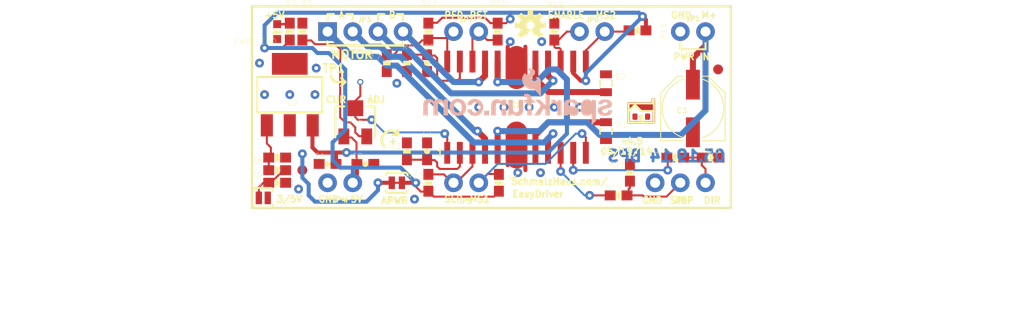
<source format=kicad_pcb>
(kicad_pcb (version 20211014) (generator pcbnew)
  (layers (0 "F.Cu" signal) (31 "B.Cu" signal) (34 "B.Paste" user) (35 "F.Paste" user) (36 "B.SilkS" user "B.Silkscreen") (37 "F.SilkS" user "F.Silkscreen") (38 "B.Mask" user) (39 "F.Mask" user) (44 "Edge.Cuts" user))
  (net 0 "")
  (net 1 "GND")
  (net 2 "VCC")
  (net 3 "N$1")
  (net 4 "N$5")
  (net 5 "N$7")
  (net 6 "V+")
  (net 7 "N$3")
  (net 8 "VREF")
  (net 9 "N$6")
  (net 10 "N$11")
  (net 11 "OUT2B")
  (net 12 "OUT2A")
  (net 13 "DIR")
  (net 14 "MS1")
  (net 15 "MS2")
  (net 16 "ENABLE")
  (net 17 "OUT1A")
  (net 18 "OUT1B")
  (net 19 "RESET")
  (net 20 "PFD")
  (net 21 "STEP")
  (net 22 "SLEEP")
  (net 23 "5V_ALT")
  (net 24 "N$2")
  (net 25 "N$4")
  (net 26 "DIR_IN")
  (net 27 "STEP_IN")
  (footprint "boardEagle:0603-RES" (layer "F.Cu") (at 126.9111 111.3536 180)
    (fp_text reference "R6")
    (fp_text value "390")
  )
  (footprint "boardEagle:0603-CAP" (layer "F.Cu") (at 142.0241 100.5586 -90)
    (fp_text reference "C5")
    (fp_text value "680pF")
  )
  (footprint "boardEagle:1X02_NO_SILK" (layer "F.Cu") (at 147.2311 112.6236 180)
    (fp_text reference "JP5")
    (fp_text value "")
  )
  (footprint "boardEagle:SJ_2S-NO" (layer "F.Cu") (at 125.5141 114.1476)
    (fp_text reference "SJ2")
    (fp_text value "SOLDERJUMPERNO")
  )
  (footprint "boardEagle:1X04_NO_SILK" (layer "F.Cu") (at 131.9911 97.3836)
    (fp_text reference "JP3")
    (fp_text value "")
  )
  (footprint "boardEagle:0603-RES" (layer "F.Cu") (at 149.1361 97.3836 90)
    (fp_text reference "R15")
    (fp_text value "10K")
  )
  (footprint "boardEagle:PANASONIC_D" (layer "F.Cu") (at 168.8211 105.1306 90)
    (fp_text reference "C3")
    (fp_text value "47uF")
  )
  (footprint "boardEagle:STAND-OFF" (layer "F.Cu") (at 139.6111 105.0036)
    (fp_text reference "JP9" hide)
    (fp_text value "STAND-OFF" hide)
  )
  (footprint "boardEagle:0603-RES" (layer "F.Cu") (at 154.8511 97.3836 -90)
    (fp_text reference "R13")
    (fp_text value "10K")
  )
  (footprint "boardEagle:LED-0603" (layer "F.Cu") (at 126.9111 97.3836 180)
    (fp_text reference "PWR_LED0")
    (fp_text value "YELLOW")
  )
  (footprint "boardEagle:0603-RES" (layer "F.Cu") (at 139.9921 100.5586 90)
    (fp_text reference "R4")
    (fp_text value "20K")
  )
  (footprint "boardEagle:FIDUCIAL-1X2" (layer "F.Cu") (at 171.3611 101.1936)
    (fp_text reference "FID1" hide)
    (fp_text value "FIDUCIAL1X2" hide)
  )
  (footprint "boardEagle:0603-RES" (layer "F.Cu") (at 162.4711 111.6076 -90)
    (fp_text reference "R21")
    (fp_text value "10K")
  )
  (footprint "boardEagle:0603-RES" (layer "F.Cu") (at 170.5991 110.0836 180)
    (fp_text reference "R20")
    (fp_text value "10K")
  )
  (footprint "boardEagle:1X02_NO_SILK" (layer "F.Cu") (at 144.6911 97.3836)
    (fp_text reference "JP7")
    (fp_text value "")
  )
  (footprint "boardEagle:1X02_NO_SILK" (layer "F.Cu") (at 167.5511 97.3836)
    (fp_text reference "JP1")
    (fp_text value "")
  )
  (footprint "boardEagle:0603-RES" (layer "F.Cu") (at 142.1511 97.3836 90)
    (fp_text reference "R12")
    (fp_text value "10K")
  )
  (footprint "boardEagle:1X02_NO_SILK" (layer "F.Cu") (at 134.5311 112.6236 180)
    (fp_text reference "JP4")
    (fp_text value "")
  )
  (footprint "boardEagle:0603-RES" (layer "F.Cu") (at 139.9921 109.4486 -90)
    (fp_text reference "R3")
    (fp_text value "20K")
  )
  (footprint "boardEagle:0805" (layer "F.Cu") (at 160.0581 107.4166 90)
    (fp_text reference "R1")
    (fp_text value ".75")
  )
  (footprint "boardEagle:SCHMALZHAUS_SMALL" (layer "F.Cu") (at 163.6141 106.5276)
    (fp_text reference "U$1" hide)
    (fp_text value "" hide)
  )
  (footprint "boardEagle:FIDUCIAL-1X2" (layer "F.Cu") (at 129.4511 111.3536)
    (fp_text reference "FID2" hide)
    (fp_text value "FIDUCIAL1X2" hide)
  )
  (footprint "boardEagle:STAND-OFF" (layer "F.Cu") (at 163.7411 101.1936)
    (fp_text reference "JP8" hide)
    (fp_text value "STAND-OFF" hide)
  )
  (footprint "boardEagle:0603-RES" (layer "F.Cu") (at 126.9111 110.0836)
    (fp_text reference "R8")
    (fp_text value "240")
  )
  (footprint "boardEagle:0603-RES" (layer "F.Cu") (at 149.2631 112.6236 -90)
    (fp_text reference "R14")
    (fp_text value "10K")
  )
  (footprint "boardEagle:0603-CAP" (layer "F.Cu") (at 135.8011 110.7186)
    (fp_text reference "C2")
    (fp_text value "1uf")
  )
  (footprint "boardEagle:SJ_2S-TRACE" (layer "F.Cu") (at 138.9761 112.6236)
    (fp_text reference "SJ1")
    (fp_text value "SOLDERJUMPERTRACE")
  )
  (footprint "boardEagle:CREATIVE_COMMONS" (layer "F.Cu") (at 119.2911 124.0536)
    (fp_text reference "FRAME2" hide)
    (fp_text value "FRAME-LETTER" hide)
  )
  (footprint "boardEagle:0805" (layer "F.Cu") (at 160.0581 102.5906 -90)
    (fp_text reference "R2")
    (fp_text value ".75")
  )
  (footprint "boardEagle:0603-CAP" (layer "F.Cu") (at 131.9911 110.7186 180)
    (fp_text reference "C1")
    (fp_text value ".1uF")
  )
  (footprint "boardEagle:0603-RES" (layer "F.Cu") (at 126.9111 112.6236 180)
    (fp_text reference "R7")
    (fp_text value "330")
  )
  (footprint "boardEagle:0603-CAP" (layer "F.Cu") (at 142.0241 109.4486 90)
    (fp_text reference "C4")
    (fp_text value "680pF")
  )
  (footprint "boardEagle:0603-RES" (layer "F.Cu") (at 142.1511 112.6236 -90)
    (fp_text reference "R11")
    (fp_text value "10K")
  )
  (footprint "boardEagle:OSHW-LOGO-S" (layer "F.Cu") (at 152.4381 96.7486)
    (fp_text reference "LOGO1" hide)
    (fp_text value "OSHW-LOGOS" hide)
  )
  (footprint "boardEagle:0603-RES" (layer "F.Cu") (at 163.2331 97.2566)
    (fp_text reference "R10")
    (fp_text value "10K")
  )
  (footprint "boardEagle:TRIMPOT-3MM-2" (layer "F.Cu") (at 134.7851 106.5276)
    (fp_text reference "R16")
    (fp_text value "10K")
  )
  (footprint "boardEagle:SO24W" (layer "F.Cu") (at 151.0411 105.0036)
    (fp_text reference "IC1")
    (fp_text value "A3967SLB")
  )
  (footprint "boardEagle:SOT223" (layer "F.Cu") (at 128.1811 103.7336)
    (fp_text reference "IC2")
    (fp_text value "V_REG_317SMD")
  )
  (footprint "boardEagle:1X02_NO_SILK" (layer "F.Cu") (at 157.3911 97.3836)
    (fp_text reference "JP6")
    (fp_text value "")
  )
  (footprint "boardEagle:TP_15TH" (layer "F.Cu") (at 135.2931 102.4636)
    (fp_text reference "TP1" hide)
    (fp_text value "TEST-POINTTP_15TH_THRU" hide)
  )
  (footprint "boardEagle:0603-RES" (layer "F.Cu") (at 128.1811 97.3836 -90)
    (fp_text reference "R9")
    (fp_text value "1K")
  )
  (footprint "boardEagle:0603-RES" (layer "F.Cu") (at 129.4511 97.3836 -90)
    (fp_text reference "R5")
    (fp_text value "2.49K")
  )
  (footprint "boardEagle:0603-RES" (layer "F.Cu") (at 137.9601 100.5586 90)
    (fp_text reference "R17")
    (fp_text value "6.8K")
  )
  (footprint "boardEagle:1X03_NO_SILK" (layer "F.Cu") (at 165.0111 112.6236)
    (fp_text reference "JP2")
    (fp_text value "")
  )
  (footprint "boardEagle:0603-RES" (layer "F.Cu") (at 161.3281 113.8936)
    (fp_text reference "R19")
    (fp_text value "1K")
  )
  (footprint "boardEagle:0603-RES" (layer "F.Cu") (at 167.0431 110.0836)
    (fp_text reference "R18")
    (fp_text value "1K")
  )
  (footprint "boardEagle:SFE-NEW-WEBLOGO" (layer "B.Cu") (at 160.6931 106.7816 180)
    (fp_text reference "U$2" hide)
    (fp_text value "LOGO-SFENEW" hide)
  )
  (gr_line (start 133.7691 102.4636) (end 133.3881 102.8446) (layer "F.SilkS") (width 0.254))
  (gr_line (start 172.6311 115.1636) (end 172.6311 94.8436) (layer "F.SilkS") (width 0.254))
  (gr_line (start 131.9911 98.3996) (end 131.9911 98.7806) (layer "F.SilkS") (width 0.254))
  (gr_line (start 133.7691 102.4636) (end 133.3881 102.0826) (layer "F.SilkS") (width 0.254))
  (gr_line (start 124.3711 94.8436) (end 124.3711 115.1636) (layer "F.SilkS") (width 0.254))
  (gr_line (start 170.0911 98.5266) (end 170.0911 99.1616) (layer "F.SilkS") (width 0.2032))
  (gr_line (start 139.1031 107.7976) (end 139.1031 107.2896) (layer "F.SilkS") (width 0.254))
  (gr_line (start 134.5311 95.6056) (end 134.5311 96.2406) (layer "F.SilkS") (width 0.2032))
  (gr_line (start 131.9911 98.7806) (end 139.6111 98.7806) (layer "F.SilkS") (width 0.254))
  (gr_line (start 139.6111 98.7806) (end 139.6111 98.3996) (layer "F.SilkS") (width 0.254))
  (gr_line (start 132.3721 102.0826) (end 132.7531 102.4636) (layer "F.SilkS") (width 0.254))
  (gr_line (start 139.1031 107.7976) (end 138.5951 107.7976) (layer "F.SilkS") (width 0.254))
  (gr_arc (start 137.7061 108.9406) (mid 137.773715 107.598019) (end 139.103099 107.7976) (layer "F.SilkS") (width 0.254))
  (gr_line (start 137.7061 95.6056) (end 137.0711 95.6056) (layer "F.SilkS") (width 0.2032))
  (gr_line (start 132.7531 102.4636) (end 133.7691 102.4636) (layer "F.SilkS") (width 0.254))
  (gr_line (start 139.6111 95.6056) (end 138.9761 95.6056) (layer "F.SilkS") (width 0.2032))
  (gr_line (start 139.6111 95.6056) (end 139.6111 96.2406) (layer "F.SilkS") (width 0.2032))
  (gr_line (start 131.9911 95.6056) (end 131.9911 96.2406) (layer "F.SilkS") (width 0.2032))
  (gr_line (start 172.6311 94.8436) (end 124.3711 94.8436) (layer "F.SilkS") (width 0.254))
  (gr_line (start 131.9911 95.6056) (end 132.6261 95.6056) (layer "F.SilkS") (width 0.2032))
  (gr_line (start 134.5311 95.6056) (end 133.8961 95.6056) (layer "F.SilkS") (width 0.2032))
  (gr_line (start 132.3721 101.8286) (end 132.3721 102.0826) (layer "F.SilkS") (width 0.254))
  (gr_line (start 137.0711 95.6056) (end 137.0711 96.2406) (layer "F.SilkS") (width 0.2032))
  (gr_line (start 124.3711 115.1636) (end 172.6311 115.1636) (layer "F.SilkS") (width 0.254))
  (gr_line (start 170.0911 99.1616) (end 167.5511 99.1616) (layer "F.SilkS") (width 0.2032))
  (gr_line (start 167.5511 98.5266) (end 167.5511 99.1616) (layer "F.SilkS") (width 0.2032))
  (gr_line (start 124.3711 94.8436) (end 172.6311 94.8436) (layer "Edge.Cuts") (width 0.05))
  (gr_line (start 124.3711 115.1636) (end 124.3711 94.8436) (layer "Edge.Cuts") (width 0.05))
  (gr_line (start 172.6311 94.8436) (end 172.6311 115.1636) (layer "Edge.Cuts") (width 0.05))
  (gr_line (start 172.6311 115.1636) (end 124.3711 115.1636) (layer "Edge.Cuts") (width 0.05))
  (gr_text "05.19.14 BPS" (at 172.2501 110.5916) (layer "B.Cu") (effects (font (size 1.13792 1.13792) (thickness 0.28448)) (justify left bottom mirror)))
  (gr_text "ENABLE" (at 154.0891 96.1136) (layer "F.SilkS") (effects (font (size 0.666496 0.666496) (thickness 0.146304)) (justify left bottom)))
  (gr_text "APWR" (at 137.3251 114.7826) (layer "F.SilkS") (effects (font (size 0.666496 0.666496) (thickness 0.146304)) (justify left bottom)))
  (gr_text "SchmalzHaus.com/" (at 150.4061 112.8776) (layer "F.SilkS") (effects (font (size 0.666496 0.666496) (thickness 0.146304)) (justify left bottom)))
  (gr_text "05/19/14" (at 159.4231 109.8296) (layer "F.SilkS") (effects (font (size 0.666496 0.666496) (thickness 0.146304)) (justify left bottom)))
  (gr_text "A" (at 133.0071 96.1136) (layer "F.SilkS") (effects (font (size 0.666496 0.666496) (thickness 0.146304)) (justify left bottom)))
  (gr_text "PFD" (at 143.6751 96.1136) (layer "F.SilkS") (effects (font (size 0.666496 0.666496) (thickness 0.146304)) (justify left bottom)))
  (gr_text "SLP" (at 143.6751 114.6556) (layer "F.SilkS") (effects (font (size 0.666496 0.666496) (thickness 0.146304)) (justify left bottom)))
  (gr_text "MS2" (at 158.9151 96.1136) (layer "F.SilkS") (effects (font (size 0.666496 0.666496) (thickness 0.146304)) (justify left bottom)))
  (gr_text "+5V" (at 133.3881 114.6556) (layer "F.SilkS") (effects (font (size 0.666496 0.666496) (thickness 0.146304)) (justify left bottom)))
  (gr_text "MOTOR" (at 132.2451 100.1776) (layer "F.SilkS") (effects (font (size 0.83312 0.83312) (thickness 0.18288)) (justify left bottom)))
  (gr_text "STEP" (at 166.4081 114.7826) (layer "F.SilkS") (effects (font (size 0.666496 0.666496) (thickness 0.146304)) (justify left bottom)))
  (gr_text "DIR" (at 169.8371 114.7826) (layer "F.SilkS") (effects (font (size 0.666496 0.666496) (thickness 0.146304)) (justify left bottom)))
  (gr_text "1" (at 142.9131 109.9566) (layer "F.SilkS") (effects (font (size 0.666496 0.666496) (thickness 0.146304)) (justify left bottom)))
  (gr_text "TP1" (at 131.3561 101.5746) (layer "F.SilkS") (effects (font (size 0.83312 0.83312) (thickness 0.18288)) (justify left bottom)))
  (gr_text "M+" (at 169.5831 96.1136) (layer "F.SilkS") (effects (font (size 0.666496 0.666496) (thickness 0.146304)) (justify left bottom)))
  (gr_text "PWR IN" (at 166.7891 100.3046) (layer "F.SilkS") (effects (font (size 0.666496 0.666496) (thickness 0.146304)) (justify left bottom)))
  (gr_text "v4.5" (at 161.5821 108.8136) (layer "F.SilkS") (effects (font (size 0.666496 0.666496) (thickness 0.146304)) (justify left bottom)))
  (gr_text "GND" (at 166.5351 96.1136) (layer "F.SilkS") (effects (font (size 0.666496 0.666496) (thickness 0.146304)) (justify left bottom)))
  (gr_text "+" (at 138.0871 108.8136) (layer "F.SilkS") (effects (font (size 0.666496 0.666496) (thickness 0.146304)) (justify left bottom)))
  (gr_text "EasyDriver" (at 150.5331 114.1476) (layer "F.SilkS") (effects (font (size 0.666496 0.666496) (thickness 0.146304)) (justify left bottom)))
  (gr_text "CUR" (at 131.7371 104.6226) (layer "F.SilkS") (effects (font (size 0.666496 0.666496) (thickness 0.146304)) (justify left bottom)))
  (gr_text "RST" (at 146.2151 96.1136) (layer "F.SilkS") (effects (font (size 0.666496 0.666496) (thickness 0.146304)) (justify left bottom)))
  (gr_text "3/5V" (at 126.7841 114.6556) (layer "F.SilkS") (effects (font (size 0.666496 0.666496) (thickness 0.146304)) (justify left bottom)))
  (gr_text "GND" (at 163.6141 114.7826) (layer "F.SilkS") (effects (font (size 0.666496 0.666496) (thickness 0.146304)) (justify left bottom)))
  (gr_text "MS1" (at 146.2151 114.6556) (layer "F.SilkS") (effects (font (size 0.666496 0.666496) (thickness 0.146304)) (justify left bottom)))
  (gr_text "B" (at 138.0871 96.1136) (layer "F.SilkS") (effects (font (size 0.666496 0.666496) (thickness 0.146304)) (justify left bottom)))
  (gr_text "ADJ" (at 135.9281 104.6226) (layer "F.SilkS") (effects (font (size 0.666496 0.666496) (thickness 0.146304)) (justify left bottom)))
  (gr_text "GND" (at 130.9751 114.6556) (layer "F.SilkS") (effects (font (size 0.666496 0.666496) (thickness 0.146304)) (justify left bottom)))
  (gr_text "+5V" (at 125.5141 96.1136) (layer "F.SilkS") (effects (font (size 0.666496 0.666496) (thickness 0.146304)) (justify left bottom)))
  (segment (start 150.6601 108.1786) (end 151.0411 107.7976) (width 0.2032) (layer "F.Cu") (net 1))
  (segment (start 151.9301 111.3536) (end 151.9301 107.9246) (width 0.4064) (layer "F.Cu") (net 1))
  (segment (start 150.1521 108.1786) (end 150.6601 108.1786) (width 0.2032) (layer "F.Cu") (net 1))
  (segment (start 151.0411 110.0836) (end 151.0411 107.7976) (width 2.1844) (layer "F.Cu") (net 1))
  (segment (start 151.9301 101.9556) (end 151.9301 98.9076) (width 0.4064) (layer "F.Cu") (net 1))
  (segment (start 150.1521 110.8456) (end 150.1521 108.1786) (width 0.4064) (layer "F.Cu") (net 1))
  (segment (start 151.0411 102.0826) (end 151.0411 99.9236) (width 2.1844) (layer "F.Cu") (net 1))
  (segment (start 151.0411 107.7976) (end 151.0411 107.5436) (width 2.1844) (layer "F.Cu") (net 1))
  (segment (start 150.1521 101.9556) (end 150.1521 98.9076) (width 0.4064) (layer "F.Cu") (net 1))
  (via (at 150.4061 98.3996) (size 0.889) (drill 0.381) (layers "F.Cu" "B.Cu") (net 1))
  (via (at 157.3911 105.0036) (size 0.889) (drill 0.381) (layers "F.Cu" "B.Cu") (net 1))
  (via (at 149.7711 105.0036) (size 0.889) (drill 0.381) (layers "F.Cu" "B.Cu") (net 1))
  (via (at 153.5811 98.3996) (size 0.889) (drill 0.381) (layers "F.Cu" "B.Cu") (net 1))
  (via (at 147.2311 105.0036) (size 0.889) (drill 0.381) (layers "F.Cu" "B.Cu") (net 1))
  (via (at 151.1681 111.6076) (size 0.889) (drill 0.381) (layers "F.Cu" "B.Cu") (net 1))
  (via (at 152.3111 105.0036) (size 0.889) (drill 0.381) (layers "F.Cu" "B.Cu") (net 1))
  (via (at 153.4541 111.6076) (size 0.889) (drill 0.381) (layers "F.Cu" "B.Cu") (net 1))
  (via (at 154.8511 105.0036) (size 0.889) (drill 0.381) (layers "F.Cu" "B.Cu") (net 1))
  (via (at 140.7541 114.2746) (size 0.889) (drill 0.381) (layers "F.Cu" "B.Cu") (net 1))
  (via (at 129.0701 113.2586) (size 0.889) (drill 0.381) (layers "F.Cu" "B.Cu") (net 1))
  (via (at 138.9761 102.5906) (size 0.889) (drill 0.381) (layers "F.Cu" "B.Cu") (net 1))
  (segment (start 134.4041 108.0516) (end 133.7329 108.0516) (width 0.2032) (layer "F.Cu") (net 2))
  (segment (start 134.5311 112.6236) (end 134.9511 112.2036) (width 0.4064) (layer "F.Cu") (net 2))
  (segment (start 156.7561 100.4036) (end 156.7561 101.5746) (width 0.4064) (layer "F.Cu") (net 2))
  (segment (start 127.4191 99.0346) (end 125.6411 99.0346) (width 0.2032) (layer "F.Cu") (net 2))
  (segment (start 147.8661 95.9866) (end 143.5481 95.9866) (width 0.2032) (layer "F.Cu") (net 2))
  (segment (start 128.1811 98.2336) (end 128.1811 98.2726) (width 0.2032) (layer "F.Cu") (net 2))
  (segment (start 142.6981 114.0206) (end 148.7551 114.0206) (width 0.2032) (layer "F.Cu") (net 2))
  (segment (start 149.3021 113.4736) (end 149.2631 113.4736) (width 0.254) (layer "F.Cu") (net 2))
  (segment (start 164.0831 96.2016) (end 163.7411 95.8596) (width 0.4064) (layer "F.Cu") (net 2))
  (segment (start 142.1121 113.5126) (end 142.1511 113.4736) (width 0.2032) (layer "F.Cu") (net 2))
  (segment (start 149.9861 96.5336) (end 150.4061 96.1136) (width 0.2032) (layer "F.Cu") (net 2))
  (segment (start 142.6981 114.0206) (end 142.1511 113.4736) (width 0.2032) (layer "F.Cu") (net 2))
  (segment (start 134.9511 112.2036) (end 134.9511 110.7186) (width 0.4064) (layer "F.Cu") (net 2))
  (segment (start 149.1361 96.5336) (end 149.9861 96.5336) (width 0.2032) (layer "F.Cu") (net 2))
  (segment (start 148.7551 114.0206) (end 149.3021 113.4736) (width 0.2032) (layer "F.Cu") (net 2))
  (segment (start 143.5481 95.9866) (end 143.0401 96.4946) (width 0.2032) (layer "F.Cu") (net 2))
  (segment (start 156.7561 101.5746) (end 157.5181 102.3366) (width 0.4064) (layer "F.Cu") (net 2))
  (segment (start 148.4131 96.5336) (end 147.8661 95.9866) (width 0.2032) (layer "F.Cu") (net 2))
  (segment (start 164.0831 97.2566) (end 164.0831 96.2016) (width 0.4064) (layer "F.Cu") (net 2))
  (segment (start 134.9121 108.5596) (end 134.4041 108.0516) (width 0.2032) (layer "F.Cu") (net 2))
  (segment (start 128.1811 98.2726) (end 127.4191 99.0346) (width 0.2032) (layer "F.Cu") (net 2))
  (segment (start 149.1361 96.5336) (end 148.4131 96.5336) (width 0.2032) (layer "F.Cu") (net 2))
  (segment (start 141.3891 113.5126) (end 142.1121 113.5126) (width 0.2032) (layer "F.Cu") (net 2))
  (segment (start 133.7329 108.0516) (end 133.6303 107.949) (width 0.2032) (layer "F.Cu") (net 2))
  (segment (start 140.8811 113.0046) (end 141.3891 113.5126) (width 0.2032) (layer "F.Cu") (net 2))
  (segment (start 139.4841 112.6236) (end 140.8811 112.6236) (width 0.4064) (layer "F.Cu") (net 2))
  (segment (start 157.5181 102.3366) (end 158.0261 102.3366) (width 0.4064) (layer "F.Cu") (net 2))
  (segment (start 134.9121 108.5596) (end 134.9121 110.6796) (width 0.2032) (layer "F.Cu") (net 2))
  (segment (start 134.9121 110.6796) (end 134.9511 110.7186) (width 0.2032) (layer "F.Cu") (net 2))
  (segment (start 140.8811 112.6236) (end 140.8811 113.0046) (width 0.2032) (layer "F.Cu") (net 2))
  (segment (start 143.0401 96.4946) (end 142.1901 96.4946) (width 0.2032) (layer "F.Cu") (net 2))
  (segment (start 142.1901 96.4946) (end 142.1511 96.5336) (width 0.2032) (layer "F.Cu") (net 2))
  (via (at 158.0261 102.3366) (size 0.889) (drill 0.381) (layers "F.Cu" "B.Cu") (net 2))
  (via (at 163.7411 95.8596) (size 0.889) (drill 0.381) (layers "F.Cu" "B.Cu") (net 2))
  (via (at 150.4061 96.1136) (size 0.889) (drill 0.381) (layers "F.Cu" "B.Cu") (net 2))
  (via (at 125.6411 99.0346) (size 0.889) (drill 0.381) (layers "F.Cu" "B.Cu") (net 2))
  (via (at 140.8811 112.6236) (size 0.889) (drill 0.381) (layers "F.Cu" "B.Cu") (net 2))
  (segment (start 134.536256 111.0996) (end 134.536256 112.618444) (width 0.4064) (layer "B.Cu") (net 2))
  (segment (start 158.0261 102.3366) (end 158.0261 102.2096) (width 0.2032) (layer "B.Cu") (net 2))
  (segment (start 150.4061 95.4786) (end 162.7251 95.4786) (width 0.4064) (layer "B.Cu") (net 2))
  (segment (start 140.8811 112.6236) (end 139.3571 111.0996) (width 0.4064) (layer "B.Cu") (net 2))
  (segment (start 158.0261 101.5746) (end 163.7411 95.8596) (width 0.4064) (layer "B.Cu") (net 2))
  (segment (start 133.7691 101.1936) (end 132.1181 99.5426) (width 0.4064) (layer "B.Cu") (net 2))
  (segment (start 150.4061 96.1136) (end 150.4061 95.4786) (width 0.2032) (layer "B.Cu") (net 2))
  (segment (start 125.6411 99.0346) (end 125.6411 96.7486) (width 0.4064) (layer "B.Cu") (net 2))
  (segment (start 133.7691 107.2896) (end 133.7691 101.1936) (width 0.4064) (layer "B.Cu") (net 2))
  (segment (start 162.7251 95.4786) (end 163.3601 95.4786) (width 0.4064) (layer "B.Cu") (net 2))
  (segment (start 139.3571 111.0996) (end 134.536256 111.0996) (width 0.4064) (layer "B.Cu") (net 2))
  (segment (start 134.536256 111.0996) (end 133.2611 111.0996) (width 0.4064) (layer "B.Cu") (net 2))
  (segment (start 130.9751 99.5426) (end 130.4671 99.0346) (width 0.4064) (layer "B.Cu") (net 2))
  (segment (start 163.3601 95.4786) (end 163.7411 95.8596) (width 0.4064) (layer "B.Cu") (net 2))
  (segment (start 150.4061 95.4786) (end 126.9111 95.4786) (width 0.4064) (layer "B.Cu") (net 2))
  (segment (start 132.4991 110.3376) (end 132.4991 108.5596) (width 0.4064) (layer "B.Cu") (net 2))
  (segment (start 126.9111 95.4786) (end 125.6411 96.7486) (width 0.4064) (layer "B.Cu") (net 2))
  (segment (start 132.4991 108.5596) (end 133.7691 107.2896) (width 0.4064) (layer "B.Cu") (net 2))
  (segment (start 158.0261 102.2096) (end 158.0261 101.5746) (width 0.4064) (layer "B.Cu") (net 2))
  (segment (start 134.536256 112.618444) (end 134.5311 112.6236) (width 0.2032) (layer "B.Cu") (net 2))
  (segment (start 133.2611 111.0996) (end 132.4991 110.3376) (width 0.4064) (layer "B.Cu") (net 2))
  (segment (start 132.1181 99.5426) (end 130.9751 99.5426) (width 0.4064) (layer "B.Cu") (net 2))
  (segment (start 130.4671 99.0346) (end 125.6411 99.0346) (width 0.4064) (layer "B.Cu") (net 2))
  (segment (start 152.9461 107.8205) (end 154.239 106.5276) (width 0.6096) (layer "F.Cu") (net 3))
  (segment (start 159.6771 106.5276) (end 160.0581 106.5276) (width 0.4064) (layer "F.Cu") (net 3))
  (segment (start 154.239 106.5276) (end 159.6771 106.5276) (width 0.6096) (layer "F.Cu") (net 3))
  (segment (start 152.9461 109.6036) (end 152.9461 107.8205) (width 0.6096) (layer "F.Cu") (net 3))
  (segment (start 160.0581 106.5276) (end 160.0581 106.5166) (width 0.4064) (layer "F.Cu") (net 3))
  (segment (start 142.7861 110.3376) (end 142.0631 110.3376) (width 0.2032) (layer "F.Cu") (net 4))
  (segment (start 143.2941 111.2266) (end 143.0401 110.9726) (width 0.2032) (layer "F.Cu") (net 4))
  (segment (start 142.0631 110.3376) (end 142.0241 110.2986) (width 0.2032) (layer "F.Cu") (net 4))
  (segment (start 143.0401 110.9726) (end 143.0401 110.5916) (width 0.2032) (layer "F.Cu") (net 4))
  (segment (start 143.0401 110.5916) (end 142.7861 110.3376) (width 0.2032) (layer "F.Cu") (net 4))
  (segment (start 139.9921 110.2986) (end 142.0241 110.2986) (width 0.2032) (layer "F.Cu") (net 4))
  (segment (start 145.0721 111.2266) (end 145.3261 110.9726) (width 0.2032) (layer "F.Cu") (net 4))
  (segment (start 143.2941 111.2266) (end 145.0721 111.2266) (width 0.2032) (layer "F.Cu") (net 4))
  (segment (start 145.3261 110.9726) (end 145.3261 109.6036) (width 0.2032) (layer "F.Cu") (net 4))
  (segment (start 143.4211 102.3366) (end 145.0721 102.3366) (width 0.2032) (layer "F.Cu") (net 5))
  (segment (start 143.0401 100.0506) (end 142.7861 99.7966) (width 0.2032) (layer "F.Cu") (net 5))
  (segment (start 142.7861 99.7966) (end 142.1121 99.7966) (width 0.2032) (layer "F.Cu") (net 5))
  (segment (start 143.0401 101.9556) (end 143.4211 102.3366) (width 0.2032) (layer "F.Cu") (net 5))
  (segment (start 145.0721 102.3366) (end 145.3261 102.0826) (width 0.2032) (layer "F.Cu") (net 5))
  (segment (start 142.1121 99.7966) (end 142.0241 99.7086) (width 0.2032) (layer "F.Cu") (net 5))
  (segment (start 139.9921 99.7086) (end 142.0241 99.7086) (width 0.2032) (layer "F.Cu") (net 5))
  (segment (start 143.0401 101.9556) (end 143.0401 100.0506) (width 0.2032) (layer "F.Cu") (net 5))
  (segment (start 145.3261 102.0826) (end 145.3261 100.4036) (width 0.2032) (layer "F.Cu") (net 5))
  (segment (start 130.9751 109.5756) (end 130.4671 109.0676) (width 0.4064) (layer "F.Cu") (net 6))
  (segment (start 130.4671 106.8578) (end 130.4925 106.8578) (width 0.4064) (layer "F.Cu") (net 6))
  (segment (start 132.8801 109.5756) (end 130.9751 109.5756) (width 0.4064) (layer "F.Cu") (net 6))
  (segment (start 149.1361 102.4636) (end 149.1361 100.4036) (width 0.6096) (layer "F.Cu") (net 6))
  (segment (start 170.0911 97.3836) (end 170.0911 98.7806) (width 0.6096) (layer "F.Cu") (net 6))
  (segment (start 130.4925 106.8578) (end 130.4925 106.8324) (width 0.4064) (layer "F.Cu") (net 6))
  (segment (start 130.4671 109.0676) (end 130.4671 106.8578) (width 0.4064) (layer "F.Cu") (net 6))
  (segment (start 149.1361 107.4166) (end 149.1361 109.6036) (width 0.6096) (layer "F.Cu") (net 6))
  (segment (start 132.8411 110.7186) (end 132.8411 109.6146) (width 0.4064) (layer "F.Cu") (net 6))
  (segment (start 170.0911 98.7806) (end 168.8211 100.0506) (width 0.6096) (layer "F.Cu") (net 6))
  (segment (start 168.8211 100.0506) (end 168.8211 102.7306) (width 0.6096) (layer "F.Cu") (net 6))
  (segment (start 133.8961 109.5756) (end 132.8801 109.5756) (width 0.4064) (layer "F.Cu") (net 6))
  (segment (start 132.8411 109.6146) (end 132.8801 109.5756) (width 0.2032) (layer "F.Cu") (net 6))
  (via (at 149.1361 102.4636) (size 0.889) (drill 0.381) (layers "F.Cu" "B.Cu") (net 6))
  (via (at 149.1361 107.4166) (size 0.889) (drill 0.381) (layers "F.Cu" "B.Cu") (net 6))
  (via (at 133.8961 109.5756) (size 0.889) (drill 0.381) (layers "F.Cu" "B.Cu") (net 6))
  (segment (start 170.0911 105.3295) (end 170.0911 97.3836) (width 0.6096) (layer "B.Cu") (net 6))
  (segment (start 156.1211 107.6706) (end 156.1211 106.5276) (width 0.4064) (layer "B.Cu") (net 6))
  (segment (start 156.1211 106.5276) (end 156.1211 102.2096) (width 0.6096) (layer "B.Cu") (net 6))
  (segment (start 153.3271 107.4166) (end 149.1361 107.4166) (width 0.6096) (layer "B.Cu") (net 6))
  (segment (start 153.0731 102.4636) (end 149.1361 102.4636) (width 0.6096) (layer "B.Cu") (net 6))
  (segment (start 154.3431 101.1936) (end 153.0731 102.4636) (width 0.6096) (layer "B.Cu") (net 6))
  (segment (start 158.1531 106.5276) (end 159.4231 107.7976) (width 0.6096) (layer "B.Cu") (net 6))
  (segment (start 133.8961 109.5756) (end 154.2161 109.5756) (width 0.4064) (layer "B.Cu") (net 6))
  (segment (start 156.1211 106.5276) (end 154.2161 106.5276) (width 0.6096) (layer "B.Cu") (net 6))
  (segment (start 154.2161 106.5276) (end 153.3271 107.4166) (width 0.6096) (layer "B.Cu") (net 6))
  (segment (start 159.4231 107.7976) (end 167.623 107.7976) (width 0.6096) (layer "B.Cu") (net 6))
  (segment (start 167.623 107.7976) (end 170.0911 105.3295) (width 0.6096) (layer "B.Cu") (net 6))
  (segment (start 156.1211 102.2096) (end 155.1051 101.1936) (width 0.6096) (layer "B.Cu") (net 6))
  (segment (start 154.2161 109.5756) (end 156.1211 107.6706) (width 0.4064) (layer "B.Cu") (net 6))
  (segment (start 156.1211 106.5276) (end 158.1531 106.5276) (width 0.6096) (layer "B.Cu") (net 6))
  (segment (start 155.1051 101.1936) (end 154.3431 101.1936) (width 0.6096) (layer "B.Cu") (net 6))
  (segment (start 154.2834 103.4796) (end 152.9461 102.1423) (width 0.6096) (layer "F.Cu") (net 7))
  (segment (start 160.0581 103.4796) (end 160.0581 103.4906) (width 0.4064) (layer "F.Cu") (net 7))
  (segment (start 159.6771 103.4796) (end 160.0581 103.4796) (width 0.4064) (layer "F.Cu") (net 7))
  (segment (start 154.2834 103.4796) (end 159.6771 103.4796) (width 0.6096) (layer "F.Cu") (net 7))
  (segment (start 152.9461 102.1423) (end 152.9461 100.4036) (width 0.6096) (layer "F.Cu") (net 7))
  (segment (start 134.7851 104.3686) (end 134.7851 105.1062) (width 0.2032) (layer "F.Cu") (net 8))
  (segment (start 135.2931 103.8606) (end 134.7851 104.3686) (width 0.2032) (layer "F.Cu") (net 8))
  (segment (start 143.8021 107.6706) (end 144.0561 107.9246) (width 0.2032) (layer "F.Cu") (net 8))
  (segment (start 134.7851 106.0196) (end 135.0391 106.2736) (width 0.2032) (layer "F.Cu") (net 8))
  (segment (start 144.0561 107.9246) (end 144.0561 109.6036) (width 0.2032) (layer "F.Cu") (net 8))
  (segment (start 135.2931 102.4636) (end 135.2931 103.8606) (width 0.2032) (layer "F.Cu") (net 8))
  (segment (start 135.0391 106.2736) (end 136.4361 106.2736) (width 0.2032) (layer "F.Cu") (net 8))
  (segment (start 134.7851 105.1062) (end 134.7851 106.0196) (width 0.2032) (layer "F.Cu") (net 8))
  (via (at 143.8021 107.6706) (size 0.889) (drill 0.381) (layers "F.Cu" "B.Cu") (net 8))
  (via (at 136.4361 106.2736) (size 0.889) (drill 0.381) (layers "F.Cu" "B.Cu") (net 8))
  (segment (start 137.7061 107.5436) (end 136.4361 106.2736) (width 0.2032) (layer "B.Cu") (net 8))
  (segment (start 143.6751 107.5436) (end 143.8021 107.6706) (width 0.254) (layer "B.Cu") (net 8))
  (segment (start 137.7061 107.5436) (end 143.6751 107.5436) (width 0.2032) (layer "B.Cu") (net 8))
  (segment (start 126.0611 110.0836) (end 126.2761 110.0836) (width 0.4064) (layer "F.Cu") (net 9))
  (segment (start 125.8697 108.6612) (end 125.8697 106.8324) (width 0.2032) (layer "F.Cu") (net 9))
  (segment (start 126.0611 111.3536) (end 126.0611 110.0836) (width 0.2032) (layer "F.Cu") (net 9))
  (segment (start 126.2761 109.0676) (end 125.8697 108.6612) (width 0.2032) (layer "F.Cu") (net 9))
  (segment (start 125.8697 106.8324) (end 125.8697 107.061) (width 0.4064) (layer "F.Cu") (net 9))
  (segment (start 125.8697 107.061) (end 125.6411 107.061) (width 0.4064) (layer "F.Cu") (net 9))
  (segment (start 126.2761 110.0836) (end 126.2761 109.0676) (width 0.2032) (layer "F.Cu") (net 9))
  (segment (start 135.9155 107.9246) (end 135.9399 107.949) (width 0.2032) (layer "F.Cu") (net 10))
  (segment (start 133.2611 103.7336) (end 133.2611 106.0196) (width 0.2032) (layer "F.Cu") (net 10))
  (segment (start 133.2611 103.7336) (end 133.2611 99.1616) (width 0.2032) (layer "F.Cu") (net 10))
  (segment (start 129.4901 98.2726) (end 129.4511 98.2336) (width 0.2032) (layer "F.Cu") (net 10))
  (segment (start 133.2611 99.1616) (end 132.7531 98.6536) (width 0.2032) (layer "F.Cu") (net 10))
  (segment (start 130.7211 98.6536) (end 130.3401 98.2726) (width 0.2032) (layer "F.Cu") (net 10))
  (segment (start 130.3401 98.2726) (end 129.4901 98.2726) (width 0.2032) (layer "F.Cu") (net 10))
  (segment (start 133.7691 106.5276) (end 134.2771 106.5276) (width 0.2032) (layer "F.Cu") (net 10))
  (segment (start 134.2771 106.5276) (end 134.7851 107.0356) (width 0.2032) (layer "F.Cu") (net 10))
  (segment (start 133.2611 106.0196) (end 133.7691 106.5276) (width 0.2032) (layer "F.Cu") (net 10))
  (segment (start 132.7531 98.6536) (end 130.7211 98.6536) (width 0.2032) (layer "F.Cu") (net 10))
  (segment (start 134.7851 107.0356) (end 134.7851 107.5436) (width 0.2032) (layer "F.Cu") (net 10))
  (segment (start 135.1661 107.9246) (end 135.9155 107.9246) (width 0.2032) (layer "F.Cu") (net 10))
  (segment (start 134.7851 107.5436) (end 135.1661 107.9246) (width 0.2032) (layer "F.Cu") (net 10))
  (segment (start 147.8661 108.1786) (end 147.8661 109.6036) (width 0.6096) (layer "F.Cu") (net 11))
  (segment (start 147.1041 107.4166) (end 147.8661 108.1786) (width 0.6096) (layer "F.Cu") (net 11))
  (via (at 147.1041 107.4166) (size 0.889) (drill 0.381) (layers "F.Cu" "B.Cu") (net 11))
  (segment (start 138.3411 99.9236) (end 139.3571 99.9236) (width 0.6096) (layer "B.Cu") (net 11))
  (segment (start 146.8501 107.4166) (end 147.1041 107.4166) (width 0.6096) (layer "B.Cu") (net 11))
  (segment (start 139.3571 99.9236) (end 146.8501 107.4166) (width 0.6096) (layer "B.Cu") (net 11))
  (segment (start 136.0551 98.9076) (end 134.5311 97.3836) (width 0.6096) (layer "B.Cu") (net 11))
  (segment (start 137.3251 98.9076) (end 138.3411 99.9236) (width 0.6096) (layer "B.Cu") (net 11))
  (segment (start 136.0551 98.9076) (end 137.3251 98.9076) (width 0.6096) (layer "B.Cu") (net 11))
  (segment (start 154.2161 108.1786) (end 154.2161 109.6036) (width 0.6096) (layer "F.Cu") (net 12))
  (segment (start 154.2161 109.6036) (end 154.1171 109.6036) (width 0.4064) (layer "F.Cu") (net 12))
  (segment (start 154.7241 107.6706) (end 154.2161 108.1786) (width 0.6096) (layer "F.Cu") (net 12))
  (segment (start 154.2161 109.6036) (end 154.2161 109.7026) (width 0.6096) (layer "F.Cu") (net 12))
  (via (at 154.7241 107.6706) (size 0.889) (drill 0.381) (layers "F.Cu" "B.Cu") (net 12))
  (segment (start 137.9601 100.8126) (end 138.9761 100.8126) (width 0.6096) (layer "B.Cu") (net 12))
  (segment (start 145.8341 107.6706) (end 145.8411 107.6706) (width 0.4064) (layer "B.Cu") (net 12))
  (segment (start 146.7301 108.5596) (end 153.8351 108.5596) (width 0.6096) (layer "B.Cu") (net 12))
  (segment (start 131.9911 97.3836) (end 134.5311 99.9236) (width 0.6096) (layer "B.Cu") (net 12))
  (segment (start 137.0711 99.9236) (end 137.9601 100.8126) (width 0.6096) (layer "B.Cu") (net 12))
  (segment (start 153.8351 108.5596) (end 154.7241 107.6706) (width 0.6096) (layer "B.Cu") (net 12))
  (segment (start 145.8411 107.6706) (end 146.7301 108.5596) (width 0.6096) (layer "B.Cu") (net 12))
  (segment (start 134.5311 99.9236) (end 137.0711 99.9236) (width 0.6096) (layer "B.Cu") (net 12))
  (segment (start 138.9761 100.8126) (end 145.8341 107.6706) (width 0.6096) (layer "B.Cu") (net 12))
  (segment (start 156.7561 109.6036) (end 156.7561 111.3536) (width 0.2032) (layer "F.Cu") (net 13))
  (segment (start 166.2811 110.1716) (end 166.1931 110.0836) (width 0.2032) (layer "F.Cu") (net 13))
  (segment (start 166.2811 111.3536) (end 166.2811 110.1716) (width 0.2032) (layer "F.Cu") (net 13))
  (via (at 166.2811 111.3536) (size 0.889) (drill 0.381) (layers "F.Cu" "B.Cu") (net 13))
  (via (at 156.7561 111.3536) (size 0.889) (drill 0.381) (layers "F.Cu" "B.Cu") (net 13))
  (segment (start 156.7561 111.3536) (end 166.2811 111.3536) (width 0.2032) (layer "B.Cu") (net 13))
  (segment (start 147.2311 112.6236) (end 147.8811 111.9736) (width 0.2032) (layer "F.Cu") (net 14))
  (segment (start 149.2241 111.7346) (end 149.2631 111.7736) (width 0.2032) (layer "F.Cu") (net 14))
  (segment (start 157.6451 107.6706) (end 158.0261 108.0516) (width 0.2032) (layer "F.Cu") (net 14))
  (segment (start 148.1201 111.7346) (end 149.2241 111.7346) (width 0.2032) (layer "F.Cu") (net 14))
  (segment (start 147.2311 112.6236) (end 148.1201 111.7346) (width 0.2032) (layer "F.Cu") (net 14))
  (segment (start 158.0261 108.0516) (end 158.0261 109.6036) (width 0.2032) (layer "F.Cu") (net 14))
  (via (at 157.6451 107.6706) (size 0.889) (drill 0.381) (layers "F.Cu" "B.Cu") (net 14))
  (segment (start 149.1361 110.7186) (end 153.9621 110.7186) (width 0.2032) (layer "B.Cu") (net 14))
  (segment (start 147.2311 112.6236) (end 149.1361 110.7186) (width 0.2032) (layer "B.Cu") (net 14))
  (segment (start 153.9621 110.7186) (end 157.0101 107.6706) (width 0.2032) (layer "B.Cu") (net 14))
  (segment (start 157.0101 107.6706) (end 157.6451 107.6706) (width 0.2032) (layer "B.Cu") (net 14))
  (segment (start 158.0261 99.2886) (end 159.9311 97.3836) (width 0.2032) (layer "F.Cu") (net 15))
  (segment (start 159.9311 97.3836) (end 162.2561 97.3836) (width 0.2032) (layer "F.Cu") (net 15))
  (segment (start 158.0261 100.4036) (end 158.0261 99.2886) (width 0.254) (layer "F.Cu") (net 15))
  (segment (start 162.2561 97.3836) (end 162.3831 97.2566) (width 0.2032) (layer "F.Cu") (net 15))
  (segment (start 154.9781 99.0346) (end 154.8511 98.9076) (width 0.2032) (layer "F.Cu") (net 16))
  (segment (start 155.2711 98.2336) (end 156.1211 97.3836) (width 0.2032) (layer "F.Cu") (net 16))
  (segment (start 156.1211 97.3836) (end 157.3911 97.3836) (width 0.2032) (layer "F.Cu") (net 16))
  (segment (start 154.8511 98.9076) (end 154.8511 98.2336) (width 0.2032) (layer "F.Cu") (net 16))
  (segment (start 154.8511 98.2336) (end 155.2711 98.2336) (width 0.2032) (layer "F.Cu") (net 16))
  (segment (start 155.3591 99.0346) (end 154.9781 99.0346) (width 0.2032) (layer "F.Cu") (net 16))
  (segment (start 155.4861 100.4036) (end 155.4861 99.1616) (width 0.2032) (layer "F.Cu") (net 16))
  (segment (start 155.4861 99.1616) (end 155.3591 99.0346) (width 0.2032) (layer "F.Cu") (net 16))
  (segment (start 154.7241 102.3366) (end 154.2161 101.8286) (width 0.6096) (layer "F.Cu") (net 17))
  (segment (start 154.2161 101.8286) (end 154.2161 100.4036) (width 0.6096) (layer "F.Cu") (net 17))
  (segment (start 154.2161 100.4036) (end 154.3151 100.4036) (width 0.4064) (layer "F.Cu") (net 17))
  (segment (start 154.2161 100.4036) (end 154.2161 100.3046) (width 0.6096) (layer "F.Cu") (net 17))
  (via (at 154.7241 102.3366) (size 0.889) (drill 0.381) (layers "F.Cu" "B.Cu") (net 17))
  (segment (start 139.8651 99.0346) (end 144.4371 103.6066) (width 0.6096) (layer "B.Cu") (net 17))
  (segment (start 138.7221 99.0346) (end 139.8651 99.0346) (width 0.6096) (layer "B.Cu") (net 17))
  (segment (start 153.4541 103.6066) (end 154.7241 102.3366) (width 0.6096) (layer "B.Cu") (net 17))
  (segment (start 138.7221 99.0346) (end 137.0711 97.3836) (width 0.6096) (layer "B.Cu") (net 17))
  (segment (start 144.4371 103.6066) (end 153.4541 103.6066) (width 0.6096) (layer "B.Cu") (net 17))
  (segment (start 147.8661 101.8286) (end 147.8661 100.4036) (width 0.6096) (layer "F.Cu") (net 18))
  (segment (start 147.2311 102.4636) (end 147.8661 101.8286) (width 0.6096) (layer "F.Cu") (net 18))
  (via (at 147.2311 102.4636) (size 0.889) (drill 0.381) (layers "F.Cu" "B.Cu") (net 18))
  (segment (start 139.6111 97.3836) (end 144.6911 102.4636) (width 0.6096) (layer "B.Cu") (net 18))
  (segment (start 144.6911 102.4636) (end 147.2311 102.4636) (width 0.6096) (layer "B.Cu") (net 18))
  (segment (start 146.5961 98.0186) (end 147.2311 97.3836) (width 0.2032) (layer "F.Cu") (net 19))
  (segment (start 149.1361 98.2336) (end 148.0811 98.2336) (width 0.2032) (layer "F.Cu") (net 19))
  (segment (start 146.5961 100.4036) (end 146.5961 98.0186) (width 0.2032) (layer "F.Cu") (net 19))
  (segment (start 147.2311 97.3836) (end 148.0811 98.2336) (width 0.2032) (layer "F.Cu") (net 19))
  (segment (start 141.5161 98.2726) (end 142.1121 98.2726) (width 0.2032) (layer "F.Cu") (net 20))
  (segment (start 144.0561 98.0186) (end 144.0561 100.4036) (width 0.2032) (layer "F.Cu") (net 20))
  (segment (start 142.1661 98.0336) (end 142.1661 98.2186) (width 0.2032) (layer "F.Cu") (net 20))
  (segment (start 142.1661 98.0336) (end 142.1511 98.0336) (width 0.2032) (layer "F.Cu") (net 20))
  (segment (start 139.3571 98.7806) (end 141.0081 98.7806) (width 0.2032) (layer "F.Cu") (net 20))
  (segment (start 142.1661 98.2186) (end 142.1511 98.2336) (width 0.2032) (layer "F.Cu") (net 20))
  (segment (start 142.1121 98.2726) (end 142.1511 98.2336) (width 0.2032) (layer "F.Cu") (net 20))
  (segment (start 137.9601 99.7086) (end 138.6831 99.7086) (width 0.2032) (layer "F.Cu") (net 20))
  (segment (start 142.1511 98.0336) (end 142.1361 98.0186) (width 0.2032) (layer "F.Cu") (net 20))
  (segment (start 144.0561 100.4036) (end 144.0561 100.4316) (width 0.254) (layer "F.Cu") (net 20))
  (segment (start 144.0411 98.0336) (end 144.6911 97.3836) (width 0.2032) (layer "F.Cu") (net 20))
  (segment (start 138.6831 99.7086) (end 138.9761 99.4156) (width 0.2032) (layer "F.Cu") (net 20))
  (segment (start 138.9761 99.4156) (end 138.9761 99.1616) (width 0.2032) (layer "F.Cu") (net 20))
  (segment (start 141.0081 98.7806) (end 141.5161 98.2726) (width 0.2032) (layer "F.Cu") (net 20))
  (segment (start 138.9761 99.1616) (end 139.3571 98.7806) (width 0.2032) (layer "F.Cu") (net 20))
  (segment (start 142.1661 98.0336) (end 144.0411 98.0336) (width 0.2032) (layer "F.Cu") (net 20))
  (segment (start 144.0411 98.0336) (end 144.0561 98.0186) (width 0.254) (layer "F.Cu") (net 20))
  (segment (start 158.4071 113.8936) (end 160.4781 113.8936) (width 0.2032) (layer "F.Cu") (net 21))
  (segment (start 155.4861 111.4806) (end 155.4861 109.6036) (width 0.2032) (layer "F.Cu") (net 21))
  (via (at 155.4861 111.4806) (size 0.889) (drill 0.381) (layers "F.Cu" "B.Cu") (net 21))
  (via (at 158.4071 113.8936) (size 0.889) (drill 0.381) (layers "F.Cu" "B.Cu") (net 21))
  (segment (start 158.4071 113.8936) (end 157.8991 113.8936) (width 0.2032) (layer "B.Cu") (net 21))
  (segment (start 157.8991 113.8936) (end 155.4861 111.4806) (width 0.2032) (layer "B.Cu") (net 21))
  (segment (start 143.7141 111.7736) (end 144.5641 112.6236) (width 0.2032) (layer "F.Cu") (net 22))
  (segment (start 144.6911 112.6236) (end 144.9451 112.6236) (width 0.2032) (layer "F.Cu") (net 22))
  (segment (start 144.9451 112.6236) (end 146.5961 110.9726) (width 0.2032) (layer "F.Cu") (net 22))
  (segment (start 146.5961 109.6036) (end 146.5961 109.5756) (width 0.3048) (layer "F.Cu") (net 22))
  (segment (start 144.5641 112.6236) (end 144.6911 112.6236) (width 0.2032) (layer "F.Cu") (net 22))
  (segment (start 146.5961 110.9726) (end 146.5961 109.6036) (width 0.2032) (layer "F.Cu") (net 22))
  (segment (start 142.1511 111.7736) (end 143.7141 111.7736) (width 0.2032) (layer "F.Cu") (net 22))
  (segment (start 127.7611 110.0836) (end 128.1811 110.0836) (width 0.254) (layer "F.Cu") (net 23))
  (segment (start 137.0711 112.6236) (end 138.4681 112.6236) (width 0.4064) (layer "F.Cu") (net 23))
  (via (at 130.8481 101.0666) (size 0.889) (drill 0.381) (layers "F.Cu" "B.Cu") (net 23))
  (via (at 125.1331 100.5586) (size 0.889) (drill 0.381) (layers "F.Cu" "B.Cu") (net 23))
  (via (at 130.7211 103.7336) (size 0.889) (drill 0.381) (layers "F.Cu" "B.Cu") (net 23))
  (via (at 137.0711 112.6236) (size 0.889) (drill 0.381) (layers "F.Cu" "B.Cu") (net 23))
  (via (at 129.4511 109.7026) (size 0.889) (drill 0.381) (layers "F.Cu" "B.Cu") (net 23))
  (via (at 128.1811 103.7336) (size 0.889) (drill 0.381) (layers "F.Cu" "B.Cu") (net 23))
  (via (at 125.6411 103.7336) (size 0.889) (drill 0.381) (layers "F.Cu" "B.Cu") (net 23))
  (segment (start 130.0861 113.8936) (end 130.0861 112.7506) (width 0.4064) (layer "B.Cu") (net 23))
  (segment (start 137.0711 113.3856) (end 137.0711 112.6236) (width 0.4064) (layer "B.Cu") (net 23))
  (segment (start 129.4511 112.1156) (end 129.4511 109.7026) (width 0.4064) (layer "B.Cu") (net 23))
  (segment (start 135.9281 114.5286) (end 137.0711 113.3856) (width 0.4064) (layer "B.Cu") (net 23))
  (segment (start 130.7211 114.5286) (end 135.9281 114.5286) (width 0.4064) (layer "B.Cu") (net 23))
  (segment (start 130.0861 112.7506) (end 129.4511 112.1156) (width 0.4064) (layer "B.Cu") (net 23))
  (segment (start 130.7211 114.5286) (end 130.0861 113.8936) (width 0.4064) (layer "B.Cu") (net 23))
  (segment (start 128.1811 96.6336) (end 128.1811 96.5336) (width 0.254) (layer "F.Cu") (net 24))
  (segment (start 126.9111 96.6336) (end 128.1811 96.6336) (width 0.254) (layer "F.Cu") (net 24))
  (segment (start 125.0641 113.0736) (end 125.5141 112.6236) (width 0.2032) (layer "F.Cu") (net 25))
  (segment (start 125.0641 114.1476) (end 125.0641 113.0736) (width 0.2032) (layer "F.Cu") (net 25))
  (segment (start 127.5071 111.6076) (end 127.7611 111.3536) (width 0.2032) (layer "F.Cu") (net 25))
  (segment (start 126.2761 112.6236) (end 127.2921 111.6076) (width 0.2032) (layer "F.Cu") (net 25))
  (segment (start 125.5141 112.6236) (end 126.0611 112.6236) (width 0.2032) (layer "F.Cu") (net 25))
  (segment (start 127.2921 111.6076) (end 127.5071 111.6076) (width 0.2032) (layer "F.Cu") (net 25))
  (segment (start 126.0611 112.6236) (end 126.2761 112.6236) (width 0.2032) (layer "F.Cu") (net 25))
  (segment (start 169.7491 110.0836) (end 167.8931 110.0836) (width 0.2032) (layer "F.Cu") (net 26))
  (segment (start 170.0911 112.6236) (end 170.0911 111.2266) (width 0.2032) (layer "F.Cu") (net 26))
  (segment (start 169.7101 110.1226) (end 169.7491 110.0836) (width 0.2032) (layer "F.Cu") (net 26))
  (segment (start 169.7101 110.8456) (end 169.7101 110.1226) (width 0.2032) (layer "F.Cu") (net 26))
  (segment (start 170.0911 111.2266) (end 169.7101 110.8456) (width 0.2032) (layer "F.Cu") (net 26))
  (segment (start 166.1541 114.0206) (end 163.8681 114.0206) (width 0.2032) (layer "F.Cu") (net 27))
  (segment (start 162.3441 113.7276) (end 162.1781 113.8936) (width 0.2032) (layer "F.Cu") (net 27))
  (segment (start 163.8681 114.0206) (end 163.7411 113.8936) (width 0.2032) (layer "F.Cu") (net 27))
  (segment (start 162.4711 112.4576) (end 162.4711 113.1316) (width 0.2032) (layer "F.Cu") (net 27))
  (segment (start 163.7411 113.8936) (end 162.1781 113.8936) (width 0.2032) (layer "F.Cu") (net 27))
  (segment (start 162.4711 113.1316) (end 162.3441 113.2586) (width 0.2032) (layer "F.Cu") (net 27))
  (segment (start 162.3441 113.2586) (end 162.3441 113.7276) (width 0.2032) (layer "F.Cu") (net 27))
  (segment (start 167.5511 112.6236) (end 166.1541 114.0206) (width 0.2032) (layer "F.Cu") (net 27))
)
</source>
